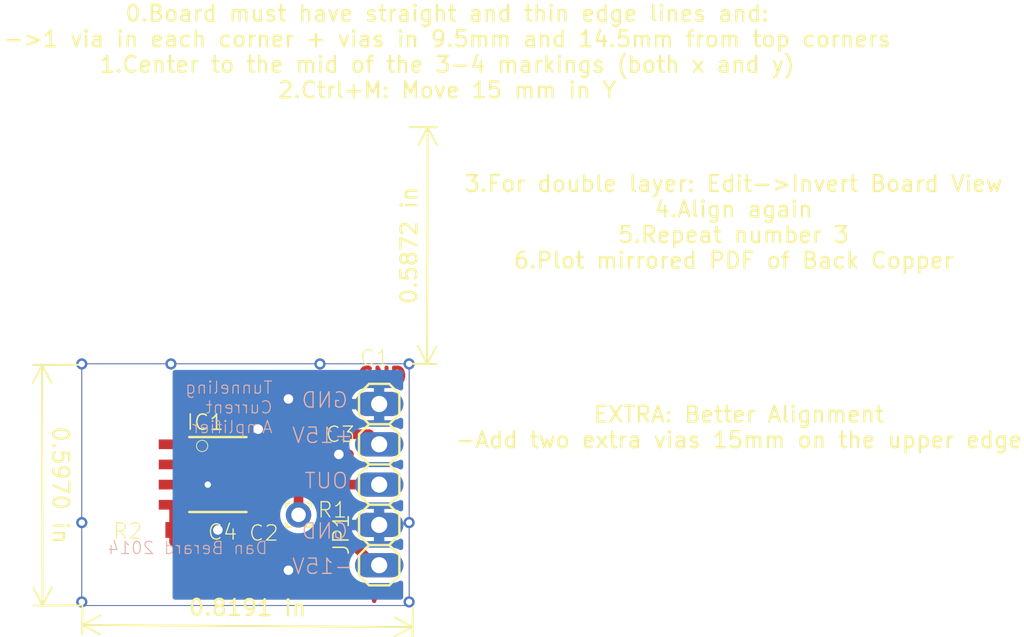
<source format=kicad_pcb>
(kicad_pcb (version 20171130) (host pcbnew "(5.1.5)-3")

  (general
    (thickness 1.6)
    (drawings 24)
    (tracks 55)
    (zones 0)
    (modules 11)
    (nets 7)
  )

  (page A4 portrait)
  (layers
    (0 Top signal)
    (31 Bottom signal)
    (32 B.Adhes user)
    (33 F.Adhes user)
    (34 B.Paste user)
    (35 F.Paste user)
    (36 B.SilkS user)
    (37 F.SilkS user)
    (38 B.Mask user)
    (39 F.Mask user)
    (40 Dwgs.User user)
    (41 Cmts.User user)
    (42 Eco1.User user)
    (43 Eco2.User user)
    (44 Edge.Cuts user)
    (45 Margin user)
    (46 B.CrtYd user)
    (47 F.CrtYd user)
    (48 B.Fab user)
    (49 F.Fab user)
  )

  (setup
    (last_trace_width 0.25)
    (user_trace_width 0.4318)
    (user_trace_width 0.6096)
    (user_trace_width 0.9144)
    (user_trace_width 1.2192)
    (user_trace_width 1.6002)
    (user_trace_width 2.032)
    (trace_clearance 0.2)
    (zone_clearance 0.35)
    (zone_45_only no)
    (trace_min 0.2)
    (via_size 0.8)
    (via_drill 0.4)
    (via_min_size 0.4)
    (via_min_drill 0.3)
    (user_via 0.7 0.4)
    (user_via 1 0.6)
    (user_via 2 0.7)
    (uvia_size 0.3)
    (uvia_drill 0.1)
    (uvias_allowed no)
    (uvia_min_size 0.2)
    (uvia_min_drill 0.1)
    (edge_width 0.05)
    (segment_width 0.2)
    (pcb_text_width 0.3)
    (pcb_text_size 1.5 1.5)
    (mod_edge_width 0.12)
    (mod_text_size 1 1)
    (mod_text_width 0.15)
    (pad_size 1.524 1.524)
    (pad_drill 0.762)
    (pad_to_mask_clearance 0.051)
    (solder_mask_min_width 0.25)
    (aux_axis_origin 0 0)
    (visible_elements 7FFFFFFF)
    (pcbplotparams
      (layerselection 0x00080_7ffffffe)
      (usegerberextensions false)
      (usegerberattributes false)
      (usegerberadvancedattributes false)
      (creategerberjobfile false)
      (excludeedgelayer true)
      (linewidth 0.100000)
      (plotframeref false)
      (viasonmask true)
      (mode 1)
      (useauxorigin false)
      (hpglpennumber 1)
      (hpglpenspeed 20)
      (hpglpendiameter 15.000000)
      (psnegative false)
      (psa4output false)
      (plotreference true)
      (plotvalue true)
      (plotinvisibletext false)
      (padsonsilk false)
      (subtractmaskfromsilk false)
      (outputformat 4)
      (mirror false)
      (drillshape 0)
      (scaleselection 1)
      (outputdirectory "out/"))
  )

  (net 0 "")
  (net 1 +9V)
  (net 2 -9V)
  (net 3 GND)
  (net 4 "Net-(JP1-Pad3)")
  (net 5 "Net-(IC1-Pad6)")
  (net 6 "Net-(IC1-Pad2)")

  (net_class Default "Esta é a classe de rede padrão."
    (clearance 0.2)
    (trace_width 0.25)
    (via_dia 0.8)
    (via_drill 0.4)
    (uvia_dia 0.3)
    (uvia_drill 0.1)
    (add_net +9V)
    (add_net -9V)
    (add_net GND)
    (add_net "Net-(IC1-Pad2)")
    (add_net "Net-(IC1-Pad6)")
    (add_net "Net-(JP1-Pad3)")
  )

  (module "" (layer Top) (tedit 0) (tstamp 5E91E234)
    (at 141.92748 34.60888)
    (fp_text reference @HOLE0 (at 0 0) (layer F.SilkS) hide
      (effects (font (size 1.27 1.27) (thickness 0.15)))
    )
    (fp_text value "" (at 0 0) (layer F.SilkS)
      (effects (font (size 1.27 1.27) (thickness 0.15)))
    )
    (pad "" np_thru_hole circle (at 0 0) (size 2.1082 2.1082) (drill 2.1082) (layers *.Cu *.Mask))
  )

  (module "" (layer Top) (tedit 0) (tstamp 5E91E285)
    (at 143.51498 40.32388)
    (fp_text reference @HOLE1 (at 0 0) (layer F.SilkS) hide
      (effects (font (size 1.27 1.27) (thickness 0.15)))
    )
    (fp_text value "" (at 0 0) (layer F.SilkS)
      (effects (font (size 1.27 1.27) (thickness 0.15)))
    )
    (pad "" np_thru_hole circle (at 0 0) (size 2.2606 2.2606) (drill 2.2606) (layers *.Cu *.Mask))
  )

  (module "" (layer Top) (tedit 0) (tstamp 5E91E1BF)
    (at 143.51498 28.89388)
    (fp_text reference @HOLE2 (at 0 0) (layer F.SilkS) hide
      (effects (font (size 1.27 1.27) (thickness 0.15)))
    )
    (fp_text value "" (at 0 0) (layer F.SilkS)
      (effects (font (size 1.27 1.27) (thickness 0.15)))
    )
    (pad "" np_thru_hole circle (at 0 0) (size 2.2606 2.2606) (drill 2.2606) (layers *.Cu *.Mask))
  )

  (module tunnelAmp:C_6032-28W (layer Top) (tedit 0) (tstamp 5E91E2C3)
    (at 151.76998 29.21138 180)
    (descr "<b>Chip Capacitor Type KEMET C / EIA 6032-28 Wafe solder</b><p>\nKEMET U / EIA 6032-15")
    (path /5D5D4D2F)
    (fp_text reference C1 (at -5.08 2.032) (layer F.SilkS)
      (effects (font (size 0.9652 0.9652) (thickness 0.077216)) (justify left bottom))
    )
    (fp_text value 4.7uF (at -3 3.05 180) (layer F.Fab) hide
      (effects (font (size 1.2065 1.2065) (thickness 0.1016)) (justify right top))
    )
    (fp_poly (pts (xy 1.95 1.575) (xy 2.45 1.575) (xy 2.45 -1.575) (xy 1.95 -1.575)) (layer F.Fab) (width 0))
    (fp_poly (pts (xy 2.85 1.1) (xy 3 1.1) (xy 3 -1.1) (xy 2.85 -1.1)) (layer F.Fab) (width 0))
    (fp_poly (pts (xy -3 1.1) (xy -2.85 1.1) (xy -2.85 -1.1) (xy -3 -1.1)) (layer F.Fab) (width 0))
    (fp_line (start -2.8 1.55) (end -2.8 -1.55) (layer F.Fab) (width 0.1016))
    (fp_line (start 2.8 1.55) (end -2.8 1.55) (layer F.Fab) (width 0.1016))
    (fp_line (start 2.8 -1.55) (end 2.8 1.55) (layer F.Fab) (width 0.1016))
    (fp_line (start -2.8 -1.55) (end 2.8 -1.55) (layer F.Fab) (width 0.1016))
    (pad - smd rect (at -2.625 0 180) (size 2.75 1.8) (layers Top F.Paste F.Mask)
      (net 3 GND) (solder_mask_margin 0.1016))
    (pad + smd rect (at 2.625 0 180) (size 2.75 1.8) (layers Top F.Paste F.Mask)
      (net 1 +9V) (solder_mask_margin 0.1016))
  )

  (module tunnelAmp:C_6032-28W (layer Top) (tedit 0) (tstamp 5E91E29F)
    (at 151.76998 40.00638 180)
    (descr "<b>Chip Capacitor Type KEMET C / EIA 6032-28 Wafe solder</b><p>\nKEMET U / EIA 6032-15")
    (path /39D9FF9F)
    (fp_text reference C2 (at 1.905 1.778) (layer F.SilkS)
      (effects (font (size 0.9652 0.9652) (thickness 0.077216)) (justify left bottom))
    )
    (fp_text value 4.7uF (at -3 3.05 180) (layer F.Fab) hide
      (effects (font (size 1.2065 1.2065) (thickness 0.1016)) (justify right top))
    )
    (fp_poly (pts (xy 1.95 1.575) (xy 2.45 1.575) (xy 2.45 -1.575) (xy 1.95 -1.575)) (layer F.Fab) (width 0))
    (fp_poly (pts (xy 2.85 1.1) (xy 3 1.1) (xy 3 -1.1) (xy 2.85 -1.1)) (layer F.Fab) (width 0))
    (fp_poly (pts (xy -3 1.1) (xy -2.85 1.1) (xy -2.85 -1.1) (xy -3 -1.1)) (layer F.Fab) (width 0))
    (fp_line (start -2.8 1.55) (end -2.8 -1.55) (layer F.Fab) (width 0.1016))
    (fp_line (start 2.8 1.55) (end -2.8 1.55) (layer F.Fab) (width 0.1016))
    (fp_line (start 2.8 -1.55) (end 2.8 1.55) (layer F.Fab) (width 0.1016))
    (fp_line (start -2.8 -1.55) (end 2.8 -1.55) (layer F.Fab) (width 0.1016))
    (pad - smd rect (at -2.625 0 180) (size 2.75 1.8) (layers Top F.Paste F.Mask)
      (net 3 GND) (solder_mask_margin 0.1016))
    (pad + smd rect (at 2.625 0 180) (size 2.75 1.8) (layers Top F.Paste F.Mask)
      (net 2 -9V) (solder_mask_margin 0.1016))
  )

  (module tunnelAmp:C0603 (layer Top) (tedit 0) (tstamp 5E91E0F4)
    (at 153.67498 32.70388)
    (descr "<b>CAPACITOR</b><p>\nchip")
    (path /88676885)
    (fp_text reference C3 (at 1.016 -0.6985) (layer F.SilkS)
      (effects (font (size 0.9652 0.9652) (thickness 0.077216)) (justify left bottom))
    )
    (fp_text value 0.1uF (at -0.889 2.032) (layer F.Fab) hide
      (effects (font (size 1.2065 1.2065) (thickness 0.1016)) (justify left bottom))
    )
    (fp_poly (pts (xy -0.1999 0.3) (xy 0.1999 0.3) (xy 0.1999 -0.3) (xy -0.1999 -0.3)) (layer F.Adhes) (width 0))
    (fp_poly (pts (xy 0.3302 0.4699) (xy 0.8303 0.4699) (xy 0.8303 -0.4801) (xy 0.3302 -0.4801)) (layer F.Fab) (width 0))
    (fp_poly (pts (xy -0.8382 0.4699) (xy -0.3381 0.4699) (xy -0.3381 -0.4801) (xy -0.8382 -0.4801)) (layer F.Fab) (width 0))
    (fp_line (start -0.356 0.419) (end 0.356 0.419) (layer F.Fab) (width 0.1016))
    (fp_line (start -0.356 -0.432) (end 0.356 -0.432) (layer F.Fab) (width 0.1016))
    (fp_line (start -1.473 0.983) (end -1.473 -0.983) (layer Dwgs.User) (width 0.0508))
    (fp_line (start 1.473 0.983) (end -1.473 0.983) (layer Dwgs.User) (width 0.0508))
    (fp_line (start 1.473 -0.983) (end 1.473 0.983) (layer Dwgs.User) (width 0.0508))
    (fp_line (start -1.473 -0.983) (end 1.473 -0.983) (layer Dwgs.User) (width 0.0508))
    (pad 2 smd rect (at 0.85 0) (size 1.1 1) (layers Top F.Paste F.Mask)
      (net 3 GND) (solder_mask_margin 0.1016))
    (pad 1 smd rect (at -0.85 0) (size 1.1 1) (layers Top F.Paste F.Mask)
      (net 1 +9V) (solder_mask_margin 0.1016))
  )

  (module tunnelAmp:C0603 (layer Top) (tedit 0) (tstamp 5E91E25F)
    (at 146.05498 37.46638)
    (descr "<b>CAPACITOR</b><p>\nchip")
    (path /03F6E73E)
    (fp_text reference C4 (at 1.2065 0.6985) (layer F.SilkS)
      (effects (font (size 0.9652 0.9652) (thickness 0.077216)) (justify left bottom))
    )
    (fp_text value 0.1uF (at -0.889 2.032) (layer F.Fab) hide
      (effects (font (size 1.2065 1.2065) (thickness 0.1016)) (justify left bottom))
    )
    (fp_poly (pts (xy -0.1999 0.3) (xy 0.1999 0.3) (xy 0.1999 -0.3) (xy -0.1999 -0.3)) (layer F.Adhes) (width 0))
    (fp_poly (pts (xy 0.3302 0.4699) (xy 0.8303 0.4699) (xy 0.8303 -0.4801) (xy 0.3302 -0.4801)) (layer F.Fab) (width 0))
    (fp_poly (pts (xy -0.8382 0.4699) (xy -0.3381 0.4699) (xy -0.3381 -0.4801) (xy -0.8382 -0.4801)) (layer F.Fab) (width 0))
    (fp_line (start -0.356 0.419) (end 0.356 0.419) (layer F.Fab) (width 0.1016))
    (fp_line (start -0.356 -0.432) (end 0.356 -0.432) (layer F.Fab) (width 0.1016))
    (fp_line (start -1.473 0.983) (end -1.473 -0.983) (layer Dwgs.User) (width 0.0508))
    (fp_line (start 1.473 0.983) (end -1.473 0.983) (layer Dwgs.User) (width 0.0508))
    (fp_line (start 1.473 -0.983) (end 1.473 0.983) (layer Dwgs.User) (width 0.0508))
    (fp_line (start -1.473 -0.983) (end 1.473 -0.983) (layer Dwgs.User) (width 0.0508))
    (pad 2 smd rect (at 0.85 0) (size 1.1 1) (layers Top F.Paste F.Mask)
      (net 3 GND) (solder_mask_margin 0.1016))
    (pad 1 smd rect (at -0.85 0) (size 1.1 1) (layers Top F.Paste F.Mask)
      (net 2 -9V) (solder_mask_margin 0.1016))
  )

  (module tunnelAmp:R0603 (layer Top) (tedit 0) (tstamp 5E91E073)
    (at 153.67498 34.60888)
    (descr "<b>RESISTOR</b><p>\nchip")
    (path /A4A47D12)
    (fp_text reference R1 (at 0.508 2.159) (layer F.SilkS)
      (effects (font (size 0.9652 0.9652) (thickness 0.077216)) (justify left bottom))
    )
    (fp_text value 220 (at -0.889 2.032) (layer F.Fab) hide
      (effects (font (size 1.2065 1.2065) (thickness 0.1016)) (justify left bottom))
    )
    (fp_poly (pts (xy -0.1999 0.4001) (xy 0.1999 0.4001) (xy 0.1999 -0.4001) (xy -0.1999 -0.4001)) (layer F.Adhes) (width 0))
    (fp_poly (pts (xy -0.8382 0.4318) (xy -0.4318 0.4318) (xy -0.4318 -0.4318) (xy -0.8382 -0.4318)) (layer F.Fab) (width 0))
    (fp_poly (pts (xy 0.4318 0.4318) (xy 0.8382 0.4318) (xy 0.8382 -0.4318) (xy 0.4318 -0.4318)) (layer F.Fab) (width 0))
    (fp_line (start -1.473 0.983) (end -1.473 -0.983) (layer Dwgs.User) (width 0.0508))
    (fp_line (start 1.473 0.983) (end -1.473 0.983) (layer Dwgs.User) (width 0.0508))
    (fp_line (start 1.473 -0.983) (end 1.473 0.983) (layer Dwgs.User) (width 0.0508))
    (fp_line (start -1.473 -0.983) (end 1.473 -0.983) (layer Dwgs.User) (width 0.0508))
    (fp_line (start 0.432 -0.356) (end -0.432 -0.356) (layer F.Fab) (width 0.1524))
    (fp_line (start -0.432 0.356) (end 0.432 0.356) (layer F.Fab) (width 0.1524))
    (pad 2 smd rect (at 0.85 0) (size 1 1.1) (layers Top F.Paste F.Mask)
      (net 4 "Net-(JP1-Pad3)") (solder_mask_margin 0.1016))
    (pad 1 smd rect (at -0.85 0) (size 1 1.1) (layers Top F.Paste F.Mask)
      (net 5 "Net-(IC1-Pad6)") (solder_mask_margin 0.1016))
  )

  (module tunnelAmp:SO08 (layer Top) (tedit 0) (tstamp 5E91E0B6)
    (at 147.95998 33.97388 270)
    (descr "<b>Small Outline Package</b>")
    (path /22F7723E)
    (fp_text reference IC1 (at -2.7305 2.032) (layer F.SilkS)
      (effects (font (size 0.9652 0.9652) (thickness 0.09652)) (justify left bottom))
    )
    (fp_text value OPA124U (at 4.0005 2.032) (layer F.Fab) hide
      (effects (font (size 1.2065 1.2065) (thickness 0.127)) (justify left bottom))
    )
    (fp_poly (pts (xy 1.7272 -1.8542) (xy 2.0828 -1.8542) (xy 2.0828 -2.8702) (xy 1.7272 -2.8702)) (layer F.Fab) (width 0))
    (fp_poly (pts (xy 0.4572 -1.8542) (xy 0.8128 -1.8542) (xy 0.8128 -2.8702) (xy 0.4572 -2.8702)) (layer F.Fab) (width 0))
    (fp_poly (pts (xy -0.8128 -1.8542) (xy -0.4572 -1.8542) (xy -0.4572 -2.8702) (xy -0.8128 -2.8702)) (layer F.Fab) (width 0))
    (fp_poly (pts (xy -2.0828 -1.8542) (xy -1.7272 -1.8542) (xy -1.7272 -2.8702) (xy -2.0828 -2.8702)) (layer F.Fab) (width 0))
    (fp_poly (pts (xy 1.7272 2.8702) (xy 2.0828 2.8702) (xy 2.0828 1.8542) (xy 1.7272 1.8542)) (layer F.Fab) (width 0))
    (fp_poly (pts (xy 0.4572 2.8702) (xy 0.8128 2.8702) (xy 0.8128 1.8542) (xy 0.4572 1.8542)) (layer F.Fab) (width 0))
    (fp_poly (pts (xy -0.8128 2.8702) (xy -0.4572 2.8702) (xy -0.4572 1.8542) (xy -0.8128 1.8542)) (layer F.Fab) (width 0))
    (fp_poly (pts (xy -2.0828 2.8702) (xy -1.7272 2.8702) (xy -1.7272 1.8542) (xy -2.0828 1.8542)) (layer F.Fab) (width 0))
    (fp_circle (center -1.8034 0.9906) (end -1.4478 0.9906) (layer F.SilkS) (width 0.0508))
    (fp_line (start -2.362 -1.803) (end -2.362 1.803) (layer F.SilkS) (width 0.1524))
    (fp_line (start 2.362 -1.803) (end -2.362 -1.803) (layer F.Fab) (width 0.1524))
    (fp_line (start 2.362 1.803) (end 2.362 -1.803) (layer F.SilkS) (width 0.1524))
    (fp_line (start -2.362 1.803) (end 2.362 1.803) (layer F.Fab) (width 0.1524))
    (pad 5 smd rect (at 1.905 -2.6162 270) (size 0.6096 2.2098) (layers Top F.Paste F.Mask)
      (solder_mask_margin 0.1016))
    (pad 4 smd rect (at 1.905 2.6162 270) (size 0.6096 2.2098) (layers Top F.Paste F.Mask)
      (net 2 -9V) (solder_mask_margin 0.1016))
    (pad 6 smd rect (at 0.635 -2.6162 270) (size 0.6096 2.2098) (layers Top F.Paste F.Mask)
      (net 5 "Net-(IC1-Pad6)") (solder_mask_margin 0.1016))
    (pad 7 smd rect (at -0.635 -2.6162 270) (size 0.6096 2.2098) (layers Top F.Paste F.Mask)
      (net 1 +9V) (solder_mask_margin 0.1016))
    (pad 3 smd rect (at 0.635 2.6162 270) (size 0.6096 2.2098) (layers Top F.Paste F.Mask)
      (net 3 GND) (solder_mask_margin 0.1016))
    (pad 2 smd rect (at -0.635 2.6162 270) (size 0.6096 2.2098) (layers Top F.Paste F.Mask)
      (net 6 "Net-(IC1-Pad2)") (solder_mask_margin 0.1016))
    (pad 8 smd rect (at -1.905 -2.6162 270) (size 0.6096 2.2098) (layers Top F.Paste F.Mask)
      (net 3 GND) (solder_mask_margin 0.1016))
    (pad 1 smd rect (at -1.905 2.6162 270) (size 0.6096 2.2098) (layers Top F.Paste F.Mask)
      (solder_mask_margin 0.1016))
  )

  (module tunnelAmp:1X05 (layer Top) (tedit 0) (tstamp 5E91E159)
    (at 158.11998 34.60888 270)
    (descr "<b>PIN HEADER</b>")
    (path /0B60073D)
    (fp_text reference JP1 (at 4.5212 1.8288 90) (layer F.SilkS)
      (effects (font (size 0.9652 0.9652) (thickness 0.09652)) (justify left bottom))
    )
    (fp_text value PINHD-1X5 (at -6.35 3.175 90) (layer F.Fab)
      (effects (font (size 1.2065 1.2065) (thickness 0.09652)) (justify left bottom))
    )
    (fp_poly (pts (xy 4.826 0.254) (xy 5.334 0.254) (xy 5.334 -0.254) (xy 4.826 -0.254)) (layer F.Fab) (width 0))
    (fp_poly (pts (xy -5.334 0.254) (xy -4.826 0.254) (xy -4.826 -0.254) (xy -5.334 -0.254)) (layer F.Fab) (width 0))
    (fp_poly (pts (xy -2.794 0.254) (xy -2.286 0.254) (xy -2.286 -0.254) (xy -2.794 -0.254)) (layer F.Fab) (width 0))
    (fp_poly (pts (xy -0.254 0.254) (xy 0.254 0.254) (xy 0.254 -0.254) (xy -0.254 -0.254)) (layer F.Fab) (width 0))
    (fp_poly (pts (xy 2.286 0.254) (xy 2.794 0.254) (xy 2.794 -0.254) (xy 2.286 -0.254)) (layer F.Fab) (width 0))
    (fp_line (start 5.715 1.27) (end 4.445 1.27) (layer F.SilkS) (width 0.1524))
    (fp_line (start 3.81 0.635) (end 4.445 1.27) (layer F.SilkS) (width 0.1524))
    (fp_line (start 4.445 -1.27) (end 3.81 -0.635) (layer F.SilkS) (width 0.1524))
    (fp_line (start 6.35 0.635) (end 5.715 1.27) (layer F.SilkS) (width 0.1524))
    (fp_line (start 6.35 -0.635) (end 6.35 0.635) (layer F.SilkS) (width 0.1524))
    (fp_line (start 5.715 -1.27) (end 6.35 -0.635) (layer F.SilkS) (width 0.1524))
    (fp_line (start 4.445 -1.27) (end 5.715 -1.27) (layer F.SilkS) (width 0.1524))
    (fp_line (start -4.445 1.27) (end -5.715 1.27) (layer F.SilkS) (width 0.1524))
    (fp_line (start -6.35 0.635) (end -5.715 1.27) (layer F.SilkS) (width 0.1524))
    (fp_line (start -5.715 -1.27) (end -6.35 -0.635) (layer F.SilkS) (width 0.1524))
    (fp_line (start -6.35 -0.635) (end -6.35 0.635) (layer F.SilkS) (width 0.1524))
    (fp_line (start -3.175 1.27) (end -3.81 0.635) (layer F.SilkS) (width 0.1524))
    (fp_line (start -1.905 1.27) (end -3.175 1.27) (layer F.SilkS) (width 0.1524))
    (fp_line (start -1.27 0.635) (end -1.905 1.27) (layer F.SilkS) (width 0.1524))
    (fp_line (start -1.27 -0.635) (end -1.27 0.635) (layer F.SilkS) (width 0.1524))
    (fp_line (start -1.905 -1.27) (end -1.27 -0.635) (layer F.SilkS) (width 0.1524))
    (fp_line (start -3.175 -1.27) (end -1.905 -1.27) (layer F.SilkS) (width 0.1524))
    (fp_line (start -3.81 -0.635) (end -3.175 -1.27) (layer F.SilkS) (width 0.1524))
    (fp_line (start -3.81 0.635) (end -4.445 1.27) (layer F.SilkS) (width 0.1524))
    (fp_line (start -3.81 -0.635) (end -3.81 0.635) (layer F.SilkS) (width 0.1524))
    (fp_line (start -4.445 -1.27) (end -3.81 -0.635) (layer F.SilkS) (width 0.1524))
    (fp_line (start -5.715 -1.27) (end -4.445 -1.27) (layer F.SilkS) (width 0.1524))
    (fp_line (start 3.175 1.27) (end 1.905 1.27) (layer F.SilkS) (width 0.1524))
    (fp_line (start 1.27 0.635) (end 1.905 1.27) (layer F.SilkS) (width 0.1524))
    (fp_line (start 1.905 -1.27) (end 1.27 -0.635) (layer F.SilkS) (width 0.1524))
    (fp_line (start -0.635 1.27) (end -1.27 0.635) (layer F.SilkS) (width 0.1524))
    (fp_line (start 0.635 1.27) (end -0.635 1.27) (layer F.SilkS) (width 0.1524))
    (fp_line (start 1.27 0.635) (end 0.635 1.27) (layer F.SilkS) (width 0.1524))
    (fp_line (start 1.27 -0.635) (end 1.27 0.635) (layer F.SilkS) (width 0.1524))
    (fp_line (start 0.635 -1.27) (end 1.27 -0.635) (layer F.SilkS) (width 0.1524))
    (fp_line (start -0.635 -1.27) (end 0.635 -1.27) (layer F.SilkS) (width 0.1524))
    (fp_line (start -1.27 -0.635) (end -0.635 -1.27) (layer F.SilkS) (width 0.1524))
    (fp_line (start 3.81 0.635) (end 3.175 1.27) (layer F.SilkS) (width 0.1524))
    (fp_line (start 3.81 -0.635) (end 3.81 0.635) (layer F.SilkS) (width 0.1524))
    (fp_line (start 3.175 -1.27) (end 3.81 -0.635) (layer F.SilkS) (width 0.1524))
    (fp_line (start 1.905 -1.27) (end 3.175 -1.27) (layer F.SilkS) (width 0.1524))
    (pad 5 thru_hole oval (at 5.08 0) (size 3.048 1.524) (drill 1.016) (layers *.Cu *.Mask)
      (net 2 -9V) (solder_mask_margin 0.1016))
    (pad 4 thru_hole oval (at 2.54 0) (size 3.048 1.524) (drill 1.016) (layers *.Cu *.Mask)
      (net 3 GND) (solder_mask_margin 0.1016))
    (pad 3 thru_hole oval (at 0 0) (size 3.048 1.524) (drill 1.016) (layers *.Cu *.Mask)
      (net 4 "Net-(JP1-Pad3)") (solder_mask_margin 0.1016))
    (pad 2 thru_hole oval (at -2.54 0) (size 3.048 1.524) (drill 1.016) (layers *.Cu *.Mask)
      (net 1 +9V) (solder_mask_margin 0.1016))
    (pad 1 thru_hole oval (at -5.08 0) (size 3.048 1.524) (drill 1.016) (layers *.Cu *.Mask)
      (net 3 GND) (solder_mask_margin 0.1016))
  )

  (module tunnelAmp:1,6_0,9 (layer Top) (tedit 0) (tstamp 5E91E1E3)
    (at 153.03998 36.51388)
    (descr "<b>THROUGH-HOLE PAD</b>")
    (path /BDB91568)
    (fp_text reference PAD1 (at -0.762 -1.016) (layer F.SilkS) hide
      (effects (font (size 1.2065 1.2065) (thickness 0.127)) (justify left bottom))
    )
    (fp_text value 1,6_0,9 (at 0 -0.6) (layer F.Fab)
      (effects (font (size 0.02413 0.02413) (thickness 0.00193)) (justify left bottom))
    )
    (fp_circle (center 0 0) (end 0.635 0) (layer F.Fab) (width 0.1524))
    (fp_line (start 0.762 -0.762) (end 0.508 -0.762) (layer F.SilkS) (width 0.1524))
    (fp_line (start 0.762 -0.508) (end 0.762 -0.762) (layer F.SilkS) (width 0.1524))
    (fp_line (start 0.762 0.762) (end 0.762 0.508) (layer F.SilkS) (width 0.1524))
    (fp_line (start 0.508 0.762) (end 0.762 0.762) (layer F.SilkS) (width 0.1524))
    (fp_line (start -0.762 0.762) (end -0.508 0.762) (layer F.SilkS) (width 0.1524))
    (fp_line (start -0.762 0.508) (end -0.762 0.762) (layer F.SilkS) (width 0.1524))
    (fp_line (start -0.762 -0.762) (end -0.762 -0.508) (layer F.SilkS) (width 0.1524))
    (fp_line (start -0.508 -0.762) (end -0.762 -0.762) (layer F.SilkS) (width 0.1524))
    (pad 1 thru_hole circle (at 0 0) (size 1.6002 1.6002) (drill 0.9144) (layers *.Cu *.Mask)
      (net 5 "Net-(IC1-Pad6)") (solder_mask_margin 0.1016))
  )

  (gr_text "EXTRA: Better Alignment\n-Add two extra vias 15mm on the upper edge\n" (at 180.7718 30.988) (layer F.SilkS) (tstamp 5EE7BADA)
    (effects (font (size 1 1) (thickness 0.15)))
  )
  (gr_text "3.For double layer: Edit->Invert Board View\n4.Align again\n5.Repeat number 3\n6.Plot mirrored PDF of Back Copper\n" (at 180.4416 18.0594) (layer F.SilkS) (tstamp 5EA1EA64)
    (effects (font (size 1 1) (thickness 0.15)))
  )
  (gr_line (start 139.38494 26.99634) (end 139.38494 42.22634) (layer Bottom) (width 0.05) (tstamp 5E91F9F0))
  (gr_line (start 160.00994 26.99634) (end 139.38494 26.99634) (layer Bottom) (width 0.05) (tstamp 5E91F9EF))
  (gr_line (start 160.00994 42.22634) (end 160.00994 26.99634) (layer Bottom) (width 0.05) (tstamp 5E91F9EE))
  (gr_line (start 139.38494 42.22634) (end 160.00994 42.22634) (layer Bottom) (width 0.05) (tstamp 5E91F9ED))
  (gr_text "0.Board must have straight and thin edge lines and:\n->1 via in each corner + vias in 9.5mm and 14.5mm from top corners\n1.Center to the mid of the 3-4 markings (both x and y)\n2.Ctrl+M: Move 15 mm in Y" (at 162.39998 7.3279) (layer F.SilkS)
    (effects (font (size 1 1) (thickness 0.15)))
  )
  (dimension 14.916148 (width 0.12) (layer F.SilkS)
    (gr_text "15 mm" (at 162.426692 19.544398 89.9) (layer F.SilkS)
      (effects (font (size 1 1) (thickness 0.15)))
    )
    (feature1 (pts (xy 160.00994 26.99634) (xy 161.724115 27.000707)))
    (feature2 (pts (xy 160.04794 12.08024) (xy 161.762115 12.084607)))
    (crossbar (pts (xy 161.175696 12.083113) (xy 161.137696 26.999213)))
    (arrow1a (pts (xy 161.137696 26.999213) (xy 160.554147 25.871219)))
    (arrow1b (pts (xy 161.137696 26.999213) (xy 161.726985 25.874207)))
    (arrow2a (pts (xy 161.175696 12.083113) (xy 160.586407 13.208119)))
    (arrow2b (pts (xy 161.175696 12.083113) (xy 161.759245 13.211107)))
  )
  (dimension 15.164376 (width 0.12) (layer F.SilkS) (tstamp 5E91E043)
    (gr_text "15,164 mm" (at 135.634766 34.647503 -89.87523996) (layer F.SilkS) (tstamp 5E91E043)
      (effects (font (size 1 1) (thickness 0.15)))
    )
    (feature1 (pts (xy 139.27074 27.05738) (xy 136.301833 27.063845)))
    (feature2 (pts (xy 139.30376 42.22172) (xy 136.334853 42.228185)))
    (crossbar (pts (xy 136.921273 42.226908) (xy 136.888253 27.062568)))
    (arrow1a (pts (xy 136.888253 27.062568) (xy 137.477125 28.187792)))
    (arrow1b (pts (xy 136.888253 27.062568) (xy 136.304287 28.190346)))
    (arrow2a (pts (xy 136.921273 42.226908) (xy 137.505239 41.09913)))
    (arrow2b (pts (xy 136.921273 42.226908) (xy 136.332401 41.101684)))
  )
  (dimension 20.805543 (width 0.12) (layer F.SilkS) (tstamp 5E91E037)
    (gr_text "20,806 mm" (at 149.817939 44.791422 -0.3567387371) (layer F.SilkS) (tstamp 5E91E037)
      (effects (font (size 1 1) (thickness 0.15)))
    )
    (feature1 (pts (xy 139.43076 42.25474) (xy 139.419625 44.043086)))
    (feature2 (pts (xy 160.2359 42.38428) (xy 160.224765 44.172626)))
    (crossbar (pts (xy 160.228416 43.586217) (xy 139.423276 43.456677)))
    (arrow1a (pts (xy 139.423276 43.456677) (xy 140.553409 42.877281)))
    (arrow1b (pts (xy 139.423276 43.456677) (xy 140.546107 44.0501)))
    (arrow2a (pts (xy 160.228416 43.586217) (xy 159.105585 42.992794)))
    (arrow2b (pts (xy 160.228416 43.586217) (xy 159.098283 44.165613)))
  )
  (gr_text GND (at 158.29788 27.78128) (layer Top) (tstamp 5E91E204)
    (effects (font (size 1 1) (thickness 0.25)))
  )
  (gr_text V- (at 158.42488 41.49728) (layer Top) (tstamp 5E91E111)
    (effects (font (size 1 1) (thickness 0.25)))
  )
  (gr_line (start 139.38748 42.22888) (end 160.01248 42.22888) (layer Top) (width 0.05) (tstamp 5E91E2DC))
  (gr_line (start 160.01248 26.99888) (end 139.38748 26.99888) (layer Top) (width 0.05) (tstamp 5E91E11A))
  (gr_line (start 139.38748 26.99888) (end 139.38748 42.22888) (layer Top) (width 0.05) (tstamp 5E91E117))
  (gr_line (start 160.01248 42.22888) (end 160.01248 26.99888) (layer Top) (width 0.05) (tstamp 5E91E240))
  (gr_text "Tunneling\nCurrent\nAmplifier" (at 151.45248 31.43388) (layer B.SilkS) (tstamp 5E91E123)
    (effects (font (size 0.77216 0.77216) (thickness 0.065024)) (justify left bottom mirror))
  )
  (gr_text "Dan Berard 2014" (at 151.13498 39.05388) (layer B.SilkS) (tstamp 5E91E1FE)
    (effects (font (size 0.77216 0.77216) (thickness 0.065024)) (justify left bottom mirror))
  )
  (gr_text R2 (at 141.29248 38.10138) (layer F.SilkS) (tstamp 5E91E291)
    (effects (font (size 0.9652 0.9652) (thickness 0.08128)) (justify left bottom))
  )
  (gr_text GND (at 156.21498 29.84638) (layer B.SilkS) (tstamp 5E91E05D)
    (effects (font (size 0.9652 0.9652) (thickness 0.08128)) (justify left bottom mirror))
  )
  (gr_text +15V (at 156.53248 32.06888) (layer B.SilkS) (tstamp 5E91E099)
    (effects (font (size 0.9652 0.9652) (thickness 0.08128)) (justify left bottom mirror))
  )
  (gr_text OUT (at 156.21498 34.92638) (layer B.SilkS) (tstamp 5E91E1CB)
    (effects (font (size 0.9652 0.9652) (thickness 0.08128)) (justify left bottom mirror))
  )
  (gr_text GND (at 156.21498 38.10138) (layer B.SilkS) (tstamp 5E91E09C)
    (effects (font (size 0.9652 0.9652) (thickness 0.08128)) (justify left bottom mirror))
  )
  (gr_text -15V (at 156.53248 40.32388) (layer B.SilkS) (tstamp 5E91E201)
    (effects (font (size 0.9652 0.9652) (thickness 0.08128)) (justify left bottom mirror))
  )

  (via (at 154.39012 27.00458) (size 0.7) (drill 0.4) (layers Top Bottom) (net 0))
  (via (at 160.00476 27.00204) (size 0.7) (drill 0.4) (layers Top Bottom) (net 0))
  (via (at 160.00476 37.00204) (size 0.7) (drill 0.4) (layers Top Bottom) (net 0) (tstamp 5EAB294C))
  (via (at 160.00476 42.00204) (size 0.7) (drill 0.4) (layers Top Bottom) (net 0) (tstamp 5EAB294C))
  (via (at 139.39012 42.00458) (size 0.7) (drill 0.4) (layers Top Bottom) (net 0) (tstamp 5EAB2954))
  (via (at 139.39012 37.00458) (size 0.7) (drill 0.4) (layers Top Bottom) (net 0) (tstamp 5EAB2954))
  (via (at 145.00476 27.00204) (size 0.7) (drill 0.4) (layers Top Bottom) (net 0) (tstamp 5EE7BB37))
  (via (at 139.39012 27.00458) (size 0.7) (drill 0.4) (layers Top Bottom) (net 0) (tstamp 5EE7BB4C))
  (segment (start 149.14498 29.21138) (end 148.59498 29.76138) (width 0.6096) (layer Top) (net 1) (tstamp 5E91E126))
  (segment (start 148.59498 29.76138) (end 148.59498 32.70388) (width 0.6096) (layer Top) (net 1) (tstamp 5E91E27C))
  (segment (start 148.59498 32.70388) (end 149.22998 33.33888) (width 0.6096) (layer Top) (net 1) (tstamp 5E91E210))
  (segment (start 149.22998 33.33888) (end 150.57618 33.33888) (width 0.6096) (layer Top) (net 1) (tstamp 5E91E093))
  (segment (start 158.11998 32.06888) (end 157.48498 31.43388) (width 0.6096) (layer Top) (net 1) (tstamp 5E91E11D))
  (segment (start 157.48498 31.43388) (end 152.72248 31.43388) (width 0.6096) (layer Top) (net 1) (tstamp 5E91E051))
  (segment (start 152.72248 31.43388) (end 150.49998 29.21138) (width 0.6096) (layer Top) (net 1) (tstamp 5E91E222))
  (segment (start 150.49998 29.21138) (end 149.14498 29.21138) (width 0.6096) (layer Top) (net 1) (tstamp 5E91E219))
  (segment (start 152.82498 32.70388) (end 152.18998 33.33888) (width 0.6096) (layer Top) (net 1) (tstamp 5E91E207))
  (segment (start 152.18998 33.33888) (end 150.57618 33.33888) (width 0.6096) (layer Top) (net 1) (tstamp 5E91E04B))
  (segment (start 145.34378 35.87888) (end 145.20498 35.87888) (width 0.4064) (layer Top) (net 2) (tstamp 5E91E21F))
  (segment (start 145.20498 35.87888) (end 145.20498 37.46638) (width 0.6096) (layer Top) (net 2) (tstamp 5E91E213))
  (segment (start 156.21498 38.10138) (end 150.81748 38.10138) (width 0.6096) (layer Top) (net 2) (tstamp 5E91E054))
  (segment (start 150.81748 38.10138) (end 149.22998 39.68888) (width 0.6096) (layer Top) (net 2) (tstamp 5E91E05A))
  (segment (start 149.22998 39.68888) (end 149.14498 40.00638) (width 0.6096) (layer Top) (net 2) (tstamp 5E91E24C))
  (segment (start 156.21498 38.10138) (end 157.80248 39.68888) (width 0.6096) (layer Top) (net 2) (tstamp 5E91E048))
  (segment (start 157.80248 39.68888) (end 158.11998 39.68888) (width 0.6096) (layer Top) (net 2) (tstamp 5E91E28E))
  (segment (start 149.14498 40.00638) (end 147.87498 38.73638) (width 0.6096) (layer Top) (net 2) (tstamp 5E91E057))
  (segment (start 147.87498 38.73638) (end 145.73748 38.73638) (width 0.6096) (layer Top) (net 2) (tstamp 5E91E20A))
  (segment (start 145.73748 38.73638) (end 145.20498 38.20388) (width 0.6096) (layer Top) (net 2) (tstamp 5E91E060))
  (segment (start 145.20498 38.20388) (end 145.20498 37.46638) (width 0.6096) (layer Top) (net 2) (tstamp 5E91E063))
  (segment (start 146.90498 37.46638) (end 147.95998 37.46638) (width 0.6096) (layer Top) (net 3) (tstamp 5E91E243))
  (via (at 147.95998 37.46638) (size 1.0064) (drill 0.6) (layers Top Bottom) (net 3) (tstamp 5E91E27F))
  (segment (start 147.95998 37.46638) (end 147.95998 36.83138) (width 0.6096) (layer Top) (net 3) (tstamp 5E91E04E))
  (segment (start 154.52498 32.70388) (end 155.57998 32.70388) (width 0.6096) (layer Top) (net 3) (tstamp 5E91E21C))
  (via (at 155.57998 32.70388) (size 1.0064) (drill 0.6) (layers Top Bottom) (net 3) (tstamp 5E91E1CE))
  (segment (start 155.57998 32.70388) (end 156.21498 32.70388) (width 0.6096) (layer Top) (net 3) (tstamp 5E91E2DF))
  (segment (start 145.34378 34.60888) (end 147.32498 34.60888) (width 0.6096) (layer Top) (net 3) (tstamp 5E91E225))
  (segment (start 147.95998 34.60888) (end 147.32498 34.60888) (width 0.6096) (layer Top) (net 3) (tstamp 5E91E20D))
  (segment (start 154.39498 40.00638) (end 152.40498 40.00638) (width 0.6096) (layer Top) (net 3) (tstamp 5E91E246))
  (via (at 152.40498 40.00638) (size 1.0064) (drill 0.6) (layers Top Bottom) (net 3) (tstamp 5E91E22E))
  (segment (start 152.40498 40.00638) (end 152.40498 39.05388) (width 0.6096) (layer Top) (net 3) (tstamp 5E91E216))
  (segment (start 154.39498 29.21138) (end 152.40498 29.21138) (width 0.6096) (layer Top) (net 3) (tstamp 5E91E1D1))
  (via (at 152.40498 29.21138) (size 1.0064) (drill 0.6) (layers Top Bottom) (net 3) (tstamp 5E91E22B))
  (segment (start 152.40498 29.21138) (end 152.40498 30.16388) (width 0.6096) (layer Top) (net 3) (tstamp 5E91E1C8))
  (segment (start 150.57618 32.06888) (end 150.49998 31.99268) (width 0.6096) (layer Top) (net 3) (tstamp 5E91E096))
  (segment (start 150.49998 31.99268) (end 150.49998 31.11638) (width 0.6096) (layer Top) (net 3) (tstamp 5E91E114))
  (via (at 150.49998 31.11638) (size 1.0064) (drill 0.6) (layers Top Bottom) (net 3) (tstamp 5E91E228))
  (segment (start 150.49998 31.11638) (end 150.18248 31.43388) (width 0.6096) (layer Top) (net 3) (tstamp 5E91E1D4))
  (segment (start 154.39498 29.21138) (end 154.71248 29.52888) (width 0.6096) (layer Top) (net 3) (tstamp 5E91E24F))
  (segment (start 154.71248 29.52888) (end 158.43748 29.52888) (width 0.6096) (layer Top) (net 3) (tstamp 5E91E2E5))
  (segment (start 147.32498 34.60888) (end 147.32498 34.60888) (width 0.6096) (layer Top) (net 3) (tstamp 5E91E03F))
  (via (at 147.32498 34.60888) (size 0.8) (drill 0.4) (layers Top Bottom) (net 3) (tstamp 5E91E03C))
  (segment (start 154.52498 34.60888) (end 158.11998 34.60888) (width 0.6096) (layer Top) (net 4) (tstamp 5E91E2E2))
  (segment (start 152.82498 34.60888) (end 153.03998 34.82388) (width 0.6096) (layer Top) (net 5) (tstamp 5E91E249))
  (segment (start 153.03998 34.82388) (end 153.03998 36.51388) (width 0.6096) (layer Top) (net 5) (tstamp 5E91E120))
  (segment (start 152.82498 34.60888) (end 150.57618 34.60888) (width 0.6096) (layer Top) (net 5) (tstamp 5E91E23D))

  (zone (net 3) (net_name GND) (layer Bottom) (tstamp 5E922A7E) (hatch edge 0.508)
    (priority 6)
    (connect_pads (clearance 0.35))
    (min_thickness 0.3048)
    (fill yes (arc_segments 32) (thermal_gap 0.25) (thermal_bridge_width 0.6596))
    (polygon
      (pts
        (xy 160.3247 42.54162) (xy 145.1101 42.54162) (xy 145.1101 26.69202) (xy 160.3247 26.69202)
      )
    )
    (filled_polygon
      (pts
        (xy 159.480001 28.525889) (xy 159.278054 28.429403) (xy 159.0543 28.37242) (xy 158.2923 28.37242) (xy 158.2923 29.35942)
        (xy 158.3123 29.35942) (xy 158.3123 29.71422) (xy 158.2923 29.71422) (xy 158.2923 30.70122) (xy 159.0543 30.70122)
        (xy 159.278054 30.644237) (xy 159.480001 30.547751) (xy 159.480001 30.965497) (xy 159.363106 30.903015) (xy 159.124766 30.830716)
        (xy 158.939006 30.81242) (xy 157.290794 30.81242) (xy 157.105034 30.830716) (xy 156.866694 30.903015) (xy 156.647039 31.020424)
        (xy 156.454509 31.178429) (xy 156.296504 31.370959) (xy 156.179095 31.590614) (xy 156.106796 31.828954) (xy 156.082383 32.07682)
        (xy 156.106796 32.324686) (xy 156.179095 32.563026) (xy 156.296504 32.782681) (xy 156.454509 32.975211) (xy 156.647039 33.133216)
        (xy 156.866694 33.250625) (xy 157.105034 33.322924) (xy 157.290794 33.34122) (xy 158.939006 33.34122) (xy 159.124766 33.322924)
        (xy 159.363106 33.250625) (xy 159.480001 33.188143) (xy 159.480001 33.505497) (xy 159.363106 33.443015) (xy 159.124766 33.370716)
        (xy 158.939006 33.35242) (xy 157.290794 33.35242) (xy 157.105034 33.370716) (xy 156.866694 33.443015) (xy 156.647039 33.560424)
        (xy 156.454509 33.718429) (xy 156.296504 33.910959) (xy 156.179095 34.130614) (xy 156.106796 34.368954) (xy 156.082383 34.61682)
        (xy 156.106796 34.864686) (xy 156.179095 35.103026) (xy 156.296504 35.322681) (xy 156.454509 35.515211) (xy 156.647039 35.673216)
        (xy 156.866694 35.790625) (xy 157.105034 35.862924) (xy 157.290794 35.88122) (xy 158.939006 35.88122) (xy 159.124766 35.862924)
        (xy 159.363106 35.790625) (xy 159.48 35.728143) (xy 159.48 36.145889) (xy 159.278054 36.049403) (xy 159.0543 35.99242)
        (xy 158.2923 35.99242) (xy 158.2923 36.97942) (xy 158.3123 36.97942) (xy 158.3123 37.33422) (xy 158.2923 37.33422)
        (xy 158.2923 38.32122) (xy 159.0543 38.32122) (xy 159.278054 38.264237) (xy 159.48 38.167751) (xy 159.48 38.585497)
        (xy 159.363106 38.523015) (xy 159.124766 38.450716) (xy 158.939006 38.43242) (xy 157.290794 38.43242) (xy 157.105034 38.450716)
        (xy 156.866694 38.523015) (xy 156.647039 38.640424) (xy 156.454509 38.798429) (xy 156.296504 38.990959) (xy 156.179095 39.210614)
        (xy 156.106796 39.448954) (xy 156.082383 39.69682) (xy 156.106796 39.944686) (xy 156.179095 40.183026) (xy 156.296504 40.402681)
        (xy 156.454509 40.595211) (xy 156.647039 40.753216) (xy 156.866694 40.870625) (xy 157.105034 40.942924) (xy 157.290794 40.96122)
        (xy 158.939006 40.96122) (xy 159.124766 40.942924) (xy 159.363106 40.870625) (xy 159.48 40.808143) (xy 159.48 41.70942)
        (xy 145.2625 41.70942) (xy 145.2625 36.393535) (xy 151.7324 36.393535) (xy 151.7324 36.650105) (xy 151.782455 36.901745)
        (xy 151.88064 37.138785) (xy 152.023182 37.352115) (xy 152.204605 37.533538) (xy 152.417935 37.67608) (xy 152.654975 37.774265)
        (xy 152.906615 37.82432) (xy 153.163185 37.82432) (xy 153.414825 37.774265) (xy 153.651865 37.67608) (xy 153.865195 37.533538)
        (xy 153.886671 37.512062) (xy 156.244013 37.512062) (xy 156.28618 37.656223) (xy 156.404105 37.854734) (xy 156.558492 38.026425)
        (xy 156.743408 38.164697) (xy 156.951746 38.264237) (xy 157.1755 38.32122) (xy 157.9375 38.32122) (xy 157.9375 37.33422)
        (xy 156.303996 37.33422) (xy 156.244013 37.512062) (xy 153.886671 37.512062) (xy 154.046618 37.352115) (xy 154.18916 37.138785)
        (xy 154.287345 36.901745) (xy 154.307269 36.801578) (xy 156.244013 36.801578) (xy 156.303996 36.97942) (xy 157.9375 36.97942)
        (xy 157.9375 35.99242) (xy 157.1755 35.99242) (xy 156.951746 36.049403) (xy 156.743408 36.148943) (xy 156.558492 36.287215)
        (xy 156.404105 36.458906) (xy 156.28618 36.657417) (xy 156.244013 36.801578) (xy 154.307269 36.801578) (xy 154.3374 36.650105)
        (xy 154.3374 36.393535) (xy 154.287345 36.141895) (xy 154.18916 35.904855) (xy 154.046618 35.691525) (xy 153.865195 35.510102)
        (xy 153.651865 35.36756) (xy 153.414825 35.269375) (xy 153.163185 35.21932) (xy 152.906615 35.21932) (xy 152.654975 35.269375)
        (xy 152.417935 35.36756) (xy 152.204605 35.510102) (xy 152.023182 35.691525) (xy 151.88064 35.904855) (xy 151.782455 36.141895)
        (xy 151.7324 36.393535) (xy 145.2625 36.393535) (xy 145.2625 29.892062) (xy 156.244013 29.892062) (xy 156.28618 30.036223)
        (xy 156.404105 30.234734) (xy 156.558492 30.406425) (xy 156.743408 30.544697) (xy 156.951746 30.644237) (xy 157.1755 30.70122)
        (xy 157.9375 30.70122) (xy 157.9375 29.71422) (xy 156.303996 29.71422) (xy 156.244013 29.892062) (xy 145.2625 29.892062)
        (xy 145.2625 29.181578) (xy 156.244013 29.181578) (xy 156.303996 29.35942) (xy 157.9375 29.35942) (xy 157.9375 28.37242)
        (xy 157.1755 28.37242) (xy 156.951746 28.429403) (xy 156.743408 28.528943) (xy 156.558492 28.667215) (xy 156.404105 28.838906)
        (xy 156.28618 29.037417) (xy 156.244013 29.181578) (xy 145.2625 29.181578) (xy 145.2625 27.53422) (xy 159.480001 27.53422)
      )
    )
  )
)

</source>
